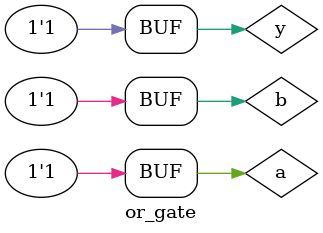
<source format=v>
module or_gate;
    reg a, b;
    wire y;
    or or_gate (y, a, b);
    initial begin
        #0 a = 0;
        b = 0;
        #5 a = 0;
        b = 1;
        #10 a = 1;
        b = 0;
        #15 a = 1;
        b = 1;
    end
    initial begin
        $monitor($time, "a = %b, b = %b, y = %b", a, b, y);
    end
    initial begin
        $dumpfile("or_gate.vcd");
        $dumpvars(0, or_gate);
    end
endmodule
</source>
